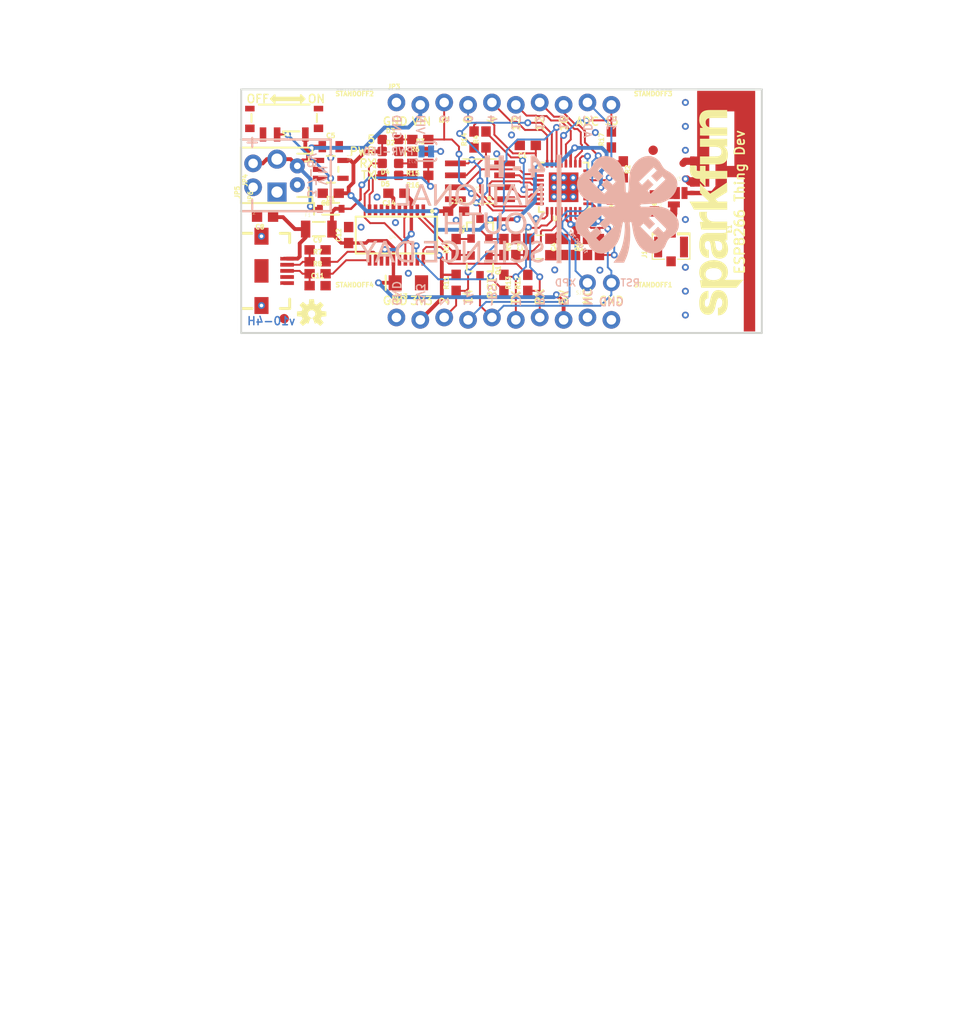
<source format=kicad_pcb>
(kicad_pcb (version 20211014) (generator pcbnew)
  (layers (0 "F.Cu" signal) (31 "B.Cu" signal) (34 "B.Paste" user) (35 "F.Paste" user) (36 "B.SilkS" user "B.Silkscreen") (37 "F.SilkS" user "F.Silkscreen") (38 "B.Mask" user) (39 "F.Mask" user) (44 "Edge.Cuts" user))
  (net 0 "")
  (net 1 "VCC")
  (net 2 "GND")
  (net 3 "N$1")
  (net 4 "N$2")
  (net 5 "N$3")
  (net 6 "CHIP_EN")
  (net 7 "U0RXI")
  (net 8 "U0TXO")
  (net 9 "RESET")
  (net 10 "LNA")
  (net 11 "LNA2")
  (net 12 "DTR")
  (net 13 "GPIO14")
  (net 14 "ADC")
  (net 15 "GPIO0")
  (net 16 "GPIO5")
  (net 17 "GPIO4")
  (net 18 "SD_~{WP}")
  (net 19 "SD_~{HD}")
  (net 20 "SD_SI")
  (net 21 "SD_SO")
  (net 22 "SD_CLK")
  (net 23 "SD_CS0")
  (net 24 "GPIO16")
  (net 25 "GPIO15")
  (net 26 "GPIO13")
  (net 27 "GPIO12")
  (net 28 "GPIO2")
  (net 29 "SD_CLK0")
  (net 30 "TRACE_ANT")
  (net 31 "N$9")
  (net 32 "USBVCC")
  (net 33 "D-")
  (net 34 "D+")
  (net 35 "VUSB")
  (net 36 "TXLED")
  (net 37 "RXLED")
  (net 38 "N$8")
  (net 39 "N$10")
  (net 40 "TXD")
  (net 41 "RXD")
  (net 42 "N$4")
  (net 43 "N$7")
  (net 44 "3.3V_F")
  (net 45 "N$11")
  (net 46 "VIN")
  (net 47 "RTS")
  (net 48 "N$14")
  (net 49 "N$5")
  (net 50 "N$6")
  (net 51 "N$12")
  (net 52 "ANT")
  (footprint "boardEagle:TRACE_ANTENNA_2.4GHZ_25.7MM" (layer "F.Cu") (at 168.5671 103.0741 -90)
    (fp_text reference "E1")
    (fp_text value "")
  )
  (footprint "boardEagle:SOT23-3" (layer "F.Cu") (at 146.2151 110.7186 180)
    (fp_text reference "Q1")
    (fp_text value "600mA/40V")
  )
  (footprint "boardEagle:0603" (layer "F.Cu") (at 128.9431 112.9284)
    (fp_text reference "C11")
    (fp_text value "47pF")
  )
  (footprint "boardEagle:SOT23-3" (layer "F.Cu") (at 146.2151 106.9086)
    (fp_text reference "Q2")
    (fp_text value "600mA/40V")
  )
  (footprint "boardEagle:EIA3216" (layer "F.Cu") (at 138.5951 112.6236 180)
    (fp_text reference "C13")
    (fp_text value "10uF")
  )
  (footprint "boardEagle:STAND-OFF" (layer "F.Cu") (at 164.6301 94.8436)
    (fp_text reference "STANDOFF3")
    (fp_text value "STAND-OFF")
  )
  (footprint "boardEagle:SO08" (layer "F.Cu") (at 146.2151 101.8286 90)
    (fp_text reference "U3")
    (fp_text value "AT25SF041-SOIC8")
  )
  (footprint "boardEagle:LED-0603" (layer "F.Cu") (at 136.6901 98.6536)
    (fp_text reference "D2")
    (fp_text value "RED")
  )
  (footprint "boardEagle:QFN32-5X5MM" (layer "F.Cu") (at 155.1051 102.4636 180)
    (fp_text reference "U2")
    (fp_text value "ESP8266")
  )
  (footprint "boardEagle:USB-B-MICRO-SMD_V03" (layer "F.Cu") (at 122.9741 111.3536)
    (fp_text reference "J2")
    (fp_text value "")
  )
  (footprint "boardEagle:0603" (layer "F.Cu") (at 130.3401 103.0986 180)
    (fp_text reference "C6")
    (fp_text value "2.2uF")
  )
  (footprint "boardEagle:0603" (layer "F.Cu") (at 139.8651 99.9236 180)
    (fp_text reference "R15")
    (fp_text value "1k")
  )
  (footprint "boardEagle:0603" (layer "F.Cu") (at 143.6751 108.8136 90)
    (fp_text reference "R10")
    (fp_text value "10k")
  )
  (footprint "boardEagle:PAD-JUMPER-2-NO_NO_SILK" (layer "F.Cu") (at 166.832278 103.837741 90)
    (fp_text reference "SJ4")
    (fp_text value "U.FL")
  )
  (footprint "boardEagle:0603" (layer "F.Cu") (at 132.2451 107.5436 90)
    (fp_text reference "C12")
    (fp_text value "0.1uF")
  )
  (footprint "boardEagle:0603" (layer "F.Cu") (at 150.0251 108.8136 -90)
    (fp_text reference "C3")
    (fp_text value "10pF")
  )
  (footprint "boardEagle:0603" (layer "F.Cu") (at 128.9431 111.6584)
    (fp_text reference "R8")
    (fp_text value "27")
  )
  (footprint "boardEagle:SOD-323" (layer "F.Cu") (at 130.3401 104.7496)
    (fp_text reference "D1")
    (fp_text value "1A/23V/620mV")
  )
  (footprint "boardEagle:0805" (layer "F.Cu") (at 130.3401 98.1456)
    (fp_text reference "C5")
    (fp_text value "1.0uF")
  )
  (footprint "boardEagle:LED-0603" (layer "F.Cu") (at 136.6901 99.9236 180)
    (fp_text reference "D4")
    (fp_text value "Yellow")
  )
  (footprint "boardEagle:0603" (layer "F.Cu") (at 156.3751 108.8136 -90)
    (fp_text reference "C2")
    (fp_text value "0.1uF")
  )
  (footprint "boardEagle:CREATIVE_COMMONS" (layer "F.Cu") (at 115.7351 139.2936)
    (fp_text reference "FRAME1" hide)
    (fp_text value "FRAME-LETTER" hide)
  )
  (footprint "boardEagle:0603" (layer "F.Cu") (at 160.1851 104.6099 -90)
    (fp_text reference "L1")
    (fp_text value "DNP")
  )
  (footprint "boardEagle:PTH-JUMPER-2-NO_NO_SILK" (layer "F.Cu") (at 158.9151 112.6236)
    (fp_text reference "SJ2")
    (fp_text value "SLEEP-PTH")
  )
  (footprint "boardEagle:PAD-JUMPER-2-NC_BY_PASTE_NO_SILK" (layer "F.Cu") (at 167.5511 103.0741)
    (fp_text reference "SJ3")
    (fp_text value "TRACE")
  )
  (footprint "boardEagle:STAND-OFF" (layer "F.Cu") (at 132.8801 115.1636)
    (fp_text reference "STANDOFF4")
    (fp_text value "STAND-OFF")
  )
  (footprint "boardEagle:0603" (layer "F.Cu") (at 161.4551 100.5586 -90)
    (fp_text reference "R2")
    (fp_text value "10k")
  )
  (footprint "boardEagle:0603" (layer "F.Cu") (at 143.6751 112.6236 90)
    (fp_text reference "R11")
    (fp_text value "10k")
  )
  (footprint "boardEagle:0603" (layer "F.Cu") (at 137.3251 103.0986 180)
    (fp_text reference "C14")
    (fp_text value "0.1uF")
  )
  (footprint "boardEagle:0603" (layer "F.Cu") (at 128.9431 110.3884)
    (fp_text reference "R7")
    (fp_text value "27")
  )
  (footprint "boardEagle:0603" (layer "F.Cu") (at 148.7551 108.8136 -90)
    (fp_text reference "R9")
    (fp_text value "10k")
  )
  (footprint "boardEagle:ORDERING_INSTRUCTIONS" (layer "F.Cu") (at 95.4151 140.5636)
    (fp_text reference "U$2" hide)
    (fp_text value "SPECIAL_INSTRUCTIONS-ORDERING" hide)
  )
  (footprint "boardEagle:U.FL" (layer "F.Cu") (at 166.5351 108.8136 90)
    (fp_text reference "J1")
    (fp_text value "U.FL")
  )
  (footprint "boardEagle:1X02_NO_SILK" (layer "F.Cu") (at 122.0851 102.4636 90)
    (fp_text reference "JP5")
    (fp_text value "")
  )
  (footprint "boardEagle:CRYSTAL-SMD-3.2X2.5" (layer "F.Cu") (at 152.5651 108.8136)
    (fp_text reference "Y1")
    (fp_text value "26MHz")
  )
  (footprint "boardEagle:0603" (layer "F.Cu") (at 162.4711 103.7091)
    (fp_text reference "C7")
    (fp_text value "5.6PF")
  )
  (footprint "boardEagle:0603" (layer "F.Cu") (at 128.9431 109.1184)
    (fp_text reference "C9")
    (fp_text value "47pF")
  )
  (footprint "boardEagle:FIDUCIAL-1X2" (layer "F.Cu") (at 164.6301 98.5266)
    (fp_text reference "FID1" hide)
    (fp_text value "FIDUCIAL1X2" hide)
  )
  (footprint "boardEagle:0603" (layer "F.Cu") (at 151.2951 98.0186 180)
    (fp_text reference "C1")
    (fp_text value "10uF")
  )
  (footprint "boardEagle:SSOP20_L" (layer "F.Cu") (at 137.3251 107.5436 180)
    (fp_text reference "U4")
    (fp_text value "FTS31XS-U")
  )
  (footprint "boardEagle:0603" (layer "F.Cu") (at 139.8651 101.1936 180)
    (fp_text reference "R16")
    (fp_text value "1k")
  )
  (footprint "boardEagle:0603" (layer "F.Cu") (at 143.6751 105.0036)
    (fp_text reference "C10")
    (fp_text value "0.1uF")
  )
  (footprint "boardEagle:1X10_LOCK_NS" (layer "F.Cu") (at 137.3251 93.5736)
    (fp_text reference "JP3")
    (fp_text value "")
  )
  (footprint "boardEagle:FIDUCIAL-1X2" (layer "F.Cu") (at 125.3871 116.4336)
    (fp_text reference "FID2" hide)
    (fp_text value "FIDUCIAL1X2" hide)
  )
  (footprint "boardEagle:0603" (layer "F.Cu") (at 146.8501 97.3836 90)
    (fp_text reference "R4")
    (fp_text value "200")
  )
  (footprint "boardEagle:0603" (layer "F.Cu") (at 157.6451 108.8136 90)
    (fp_text reference "R1")
    (fp_text value "12k")
  )
  (footprint "boardEagle:0603" (layer "F.Cu") (at 164.7571 104.1781 -90)
    (fp_text reference "L2")
    (fp_text value "DNP")
  )
  (footprint "boardEagle:STAND-OFF" (layer "F.Cu") (at 164.6301 115.1636)
    (fp_text reference "STANDOFF1")
    (fp_text value "STAND-OFF")
  )
  (footprint "boardEagle:0603" (layer "F.Cu") (at 123.3551 105.6386 180)
    (fp_text reference "C8")
    (fp_text value "0.1uF")
  )
  (footprint "boardEagle:0603" (layer "F.Cu") (at 160.1851 97.3836 90)
    (fp_text reference "R17")
    (fp_text value "10k")
  )
  (footprint "boardEagle:SWITCH_SPST_SMD_A" (layer "F.Cu") (at 125.3871 95.0976)
    (fp_text reference "S1")
    (fp_text value "")
  )
  (footprint "boardEagle:0603" (layer "F.Cu") (at 139.8651 98.6536)
    (fp_text reference "R3")
    (fp_text value "200")
  )
  (footprint "boardEagle:0603" (layer "F.Cu") (at 145.5801 97.3836 90)
    (fp_text reference "R14")
    (fp_text value "10k")
  )
  (footprint "boardEagle:OSHW-LOGO-S" (layer "F.Cu") (at 128.3081 115.9256)
    (fp_text reference "LOGO2" hide)
    (fp_text value "OSHW-LOGOS" hide)
  )
  (footprint "boardEagle:0603" (layer "F.Cu") (at 158.9151 108.8136 -90)
    (fp_text reference "R5")
    (fp_text value "10k")
  )
  (footprint "boardEagle:SCREWTERMINAL-3.5MM-2-NS" (layer "F.Cu") (at 124.6251 102.9716 90)
    (fp_text reference "JP6")
    (fp_text value "")
  )
  (footprint "boardEagle:JST-2-PTH" (layer "F.Cu") (at 126.7841 101.1936 90)
    (fp_text reference "JP4")
    (fp_text value "")
  )
  (footprint "boardEagle:0603" (layer "F.Cu") (at 148.7551 112.6236 -90)
    (fp_text reference "R13")
    (fp_text value "1k")
  )
  (footprint "boardEagle:STAND-OFF" (layer "F.Cu") (at 132.8801 94.8436)
    (fp_text reference "STANDOFF2")
    (fp_text value "STAND-OFF")
  )
  (footprint "boardEagle:0603" (layer "F.Cu") (at 155.1051 108.8136 90)
    (fp_text reference "C4")
    (fp_text value "10pF")
  )
  (footprint "boardEagle:LED-0603" (layer "F.Cu") (at 136.6901 101.1936 180)
    (fp_text reference "D5")
    (fp_text value "GREEN")
  )
  (footprint "boardEagle:SFE_LOGO_NAME_.2" (layer "F.Cu") (at 174.1551 116.0526 90)
    (fp_text reference "LOGO1" hide)
    (fp_text value "SFE_LOGO_NAME.2_INCH" hide)
  )
  (footprint "boardEagle:PTC-1206" (layer "F.Cu") (at 129.0701 106.9086)
    (fp_text reference "F1")
    (fp_text value "500mA")
  )
  (footprint "boardEagle:1X10_LOCK_NS" (layer "F.Cu") (at 137.3251 116.4336)
    (fp_text reference "JP2")
    (fp_text value "")
  )
  (footprint "boardEagle:LED-0603" (layer "F.Cu") (at 136.6901 97.3836)
    (fp_text reference "D3")
    (fp_text value "BLUE")
  )
  (footprint "boardEagle:0603" (layer "F.Cu") (at 139.8651 97.3836 180)
    (fp_text reference "R6")
    (fp_text value "200")
  )
  (footprint "boardEagle:0603" (layer "F.Cu") (at 151.2951 112.6236 90)
    (fp_text reference "R12")
    (fp_text value "1k")
  )
  (footprint "boardEagle:SOT23-5" (layer "F.Cu") (at 130.3401 100.5586 -90)
    (fp_text reference "U1")
    (fp_text value "AP2112K-3.3V")
  )
  (footprint "boardEagle:PAD-JUMPER-2-NC_BY_TRACE_YES_SILK" (layer "B.Cu") (at 140.5001 98.6536)
    (fp_text reference "SJ1")
    (fp_text value "PWRLED")
  )
  (footprint "boardEagle:4H-1.35IN_WIDE" (layer "B.Cu") (at 167.3606 110.5281 180)
    (fp_text reference "U$1" hide)
    (fp_text value "4H-NYSD-LOGO-1.35IN" hide)
  )
  (gr_line (start 130.3401 97.3836) (end 130.3401 105.0036) (layer "B.SilkS") (width 0.254))
  (gr_line (start 130.3401 105.0036) (end 120.8151 105.0036) (layer "B.SilkS") (width 0.254))
  (gr_line (start 120.8151 97.3836) (end 130.3401 97.3836) (layer "B.SilkS") (width 0.254))
  (gr_line (start 127.0381 93.1926) (end 124.4981 93.1926) (layer "F.SilkS") (width 0.2032))
  (gr_line (start 124.2441 93.1926) (end 124.2441 92.9386) (layer "F.SilkS") (width 0.2032))
  (gr_line (start 127.5461 93.0656) (end 127.1651 92.6846) (layer "F.SilkS") (width 0.2032))
  (gr_line (start 127.1651 93.4466) (end 127.5461 93.0656) (layer "F.SilkS") (width 0.2032))
  (gr_line (start 127.2921 92.9386) (end 127.2921 93.1926) (layer "F.SilkS") (width 0.2032))
  (gr_line (start 123.9901 93.0656) (end 127.5461 93.0656) (layer "F.SilkS") (width 0.2032))
  (gr_line (start 124.4981 92.9386) (end 127.0381 92.9386) (layer "F.SilkS") (width 0.2032))
  (gr_line (start 124.3711 93.4466) (end 124.3711 92.6846) (layer "F.SilkS") (width 0.2032))
  (gr_line (start 123.9901 93.0656) (end 124.3711 93.4466) (layer "F.SilkS") (width 0.2032))
  (gr_line (start 124.3711 92.6846) (end 123.9901 93.0656) (layer "F.SilkS") (width 0.2032))
  (gr_line (start 127.1651 92.6846) (end 127.1651 93.4466) (layer "F.SilkS") (width 0.2032))
  (gr_line (start 120.8151 92.0496) (end 176.1871 92.0496) (layer "Edge.Cuts") (width 0.2032))
  (gr_line (start 176.1871 117.9576) (end 120.8151 117.9576) (layer "Edge.Cuts") (width 0.2032))
  (gr_line (start 176.1871 92.0496) (end 176.1871 117.9576) (layer "Edge.Cuts") (width 0.2032))
  (gr_line (start 120.8151 117.9576) (end 120.8151 92.0496) (layer "Edge.Cuts") (width 0.2032))
  (gr_text "v10-4H" (at 126.6571 116.6876) (layer "B.Cu") (effects (font (size 0.8636 0.8636) (thickness 0.1524)) (justify left mirror)))
  (gr_text "NC" (at 157.6451 115.1636 -90) (layer "B.SilkS") (effects (font (size 0.8636 0.8636) (thickness 0.1524)) (justify left mirror)))
  (gr_text "3.7-6V" (at 127.8001 101.1936 -90) (layer "B.SilkS") (effects (font (size 0.8636 0.8636) (thickness 0.1524)) (justify bottom mirror)))
  (gr_text "GND" (at 160.1851 115.1636) (layer "B.SilkS") (effects (font (size 0.8636 0.8636) (thickness 0.1524)) (justify bottom mirror)))
  (gr_text "-" (at 122.0851 103.3526 -90) (layer "B.SilkS") (effects (font (size 1.2954 1.2954) (thickness 0.2286)) (justify right mirror)))
  (gr_text "15" (at 160.1851 94.6531 -90) (layer "B.SilkS") (effects (font (size 0.8636 0.8636) (thickness 0.1524)) (justify right mirror)))
  (gr_text "5V" (at 155.1051 115.1636 -90) (layer "B.SilkS") (effects (font (size 0.8636 0.8636) (thickness 0.1524)) (justify left mirror)))
  (gr_text "XPD" (at 156.5021 112.6236) (layer "B.SilkS") (effects (font (size 0.75565 0.75565) (thickness 0.13335)) (justify left mirror)))
  (gr_text "GND" (at 137.3251 94.6531 -90) (layer "B.SilkS") (effects (font (size 0.8636 0.8636) (thickness 0.1524)) (justify right mirror)))
  (gr_text "13" (at 150.0251 94.6531 -90) (layer "B.SilkS") (effects (font (size 0.8636 0.8636) (thickness 0.1524)) (justify right mirror)))
  (gr_text "~RST~" (at 147.4851 115.1636 -90) (layer "B.SilkS") (effects (font (size 0.8636 0.8636) (thickness 0.1524)) (justify left mirror)))
  (gr_text "14" (at 144.9451 115.1636 -90) (layer "B.SilkS") (effects (font (size 0.8636 0.8636) (thickness 0.1524)) (justify left mirror)))
  (gr_text "5" (at 142.4051 94.6531 -90) (layer "B.SilkS") (effects (font (size 0.8636 0.8636) (thickness 0.1524)) (justify right mirror)))
  (gr_text "16" (at 155.1051 94.6531 -90) (layer "B.SilkS") (effects (font (size 0.8636 0.8636) (thickness 0.1524)) (justify right mirror)))
  (gr_text "VIN" (at 128.9431 101.1936 -90) (layer "B.SilkS") (effects (font (size 0.8636 0.8636) (thickness 0.1524)) (justify bottom mirror)))
  (gr_text "VIN" (at 139.8651 94.6531 -90) (layer "B.SilkS") (effects (font (size 0.8636 0.8636) (thickness 0.1524)) (justify right mirror)))
  (gr_text "RX" (at 152.5651 115.1636 -90) (layer "B.SilkS") (effects (font (size 0.8636 0.8636) (thickness 0.1524)) (justify left mirror)))
  (gr_text "+" (at 122.0851 98.6536 -90) (layer "B.SilkS") (effects (font (size 1.2954 1.2954) (thickness 0.2286)) (justify left mirror)))
  (gr_text "2" (at 142.4051 115.1636 -90) (layer "B.SilkS") (effects (font (size 0.8636 0.8636) (thickness 0.1524)) (justify left mirror)))
  (gr_text "12" (at 152.5651 94.6531 -90) (layer "B.SilkS") (effects (font (size 0.8636 0.8636) (thickness 0.1524)) (justify right mirror)))
  (gr_text "3V3" (at 139.8651 115.1636 -90) (layer "B.SilkS") (effects (font (size 0.8636 0.8636) (thickness 0.1524)) (justify left mirror)))
  (gr_text "RST" (at 161.0741 112.6236) (layer "B.SilkS") (effects (font (size 0.75565 0.75565) (thickness 0.13335)) (justify right mirror)))
  (gr_text "TX" (at 150.0251 115.1636 -90) (layer "B.SilkS") (effects (font (size 0.8636 0.8636) (thickness 0.1524)) (justify left mirror)))
  (gr_text "GND" (at 137.3251 115.1636 -90) (layer "B.SilkS") (effects (font (size 0.8636 0.8636) (thickness 0.1524)) (justify left mirror)))
  (gr_text "4" (at 147.4851 94.6531 -90) (layer "B.SilkS") (effects (font (size 0.8636 0.8636) (thickness 0.1524)) (justify right mirror)))
  (gr_text "ADC" (at 157.6451 94.6531 -90) (layer "B.SilkS") (effects (font (size 0.8636 0.8636) (thickness 0.1524)) (justify right mirror)))
  (gr_text "0" (at 144.9451 94.6531 -90) (layer "B.SilkS") (effects (font (size 0.8636 0.8636) (thickness 0.1524)) (justify right mirror)))
  (gr_text "PWR-LED" (at 139.2301 98.6536) (layer "B.SilkS") (effects (font (size 0.75565 0.75565) (thickness 0.13335)) (justify left mirror)))
  (gr_text "13" (at 150.0251 94.7801 90) (layer "F.SilkS") (effects (font (size 0.8636 0.8636) (thickness 0.1524)) (justify right)))
  (gr_text "ESP8266 Thing Dev" (at 173.228 111.8108 90) (layer "F.SilkS") (effects (font (size 1.03632 1.03632) (thickness 0.18288)) (justify left top)))
  (gr_text "TX" (at 135.1661 101.1936) (layer "F.SilkS") (effects (font (size 0.8636 0.8636) (thickness 0.1524)) (justify right)))
  (gr_text "TX" (at 150.0251 115.0366 90) (layer "F.SilkS") (effects (font (size 0.8636 0.8636) (thickness 0.1524)) (justify left)))
  (gr_text "+" (at 127.9271 98.9076 90) (layer "F.SilkS") (effects (font (size 1.0795 1.0795) (thickness 0.1905)) (justify right)))
  (gr_text "GND" (at 137.1981 115.0366) (layer "F.SilkS") (effects (font (size 0.8636 0.8636) (thickness 0.1524)) (justify bottom)))
  (gr_text "14" (at 144.9451 115.0366 90) (layer "F.SilkS") (effects (font (size 0.8636 0.8636) (thickness 0.1524)) (justify left)))
  (gr_text "NC" (at 157.6451 115.0366 90) (layer "F.SilkS") (effects (font (size 0.8636 0.8636) (thickness 0.1524)) (justify left)))
  (gr_text "~RST~" (at 147.4851 115.0366 90) (layer "F.SilkS") (effects (font (size 0.8636 0.8636) (thickness 0.1524)) (justify left)))
  (gr_text "16" (at 155.1051 94.7801 90) (layer "F.SilkS") (effects (font (size 0.8636 0.8636) (thickness 0.1524)) (justify right)))
  (gr_text "RX" (at 152.5651 115.0366 90) (layer "F.SilkS") (effects (font (size 0.8636 0.8636) (thickness 0.1524)) (justify left)))
  (gr_text "5V" (at 155.1051 115.0366 90) (layer "F.SilkS") (effects (font (size 0.8636 0.8636) (thickness 0.1524)) (justify left)))
  (gr_text "VIN" (at 139.9921 94.9579) (layer "F.SilkS") (effects (font (size 0.8636 0.8636) (thickness 0.1524)) (justify top)))
  (gr_text "4" (at 147.4851 94.7801 90) (layer "F.SilkS") (effects (font (size 0.8636 0.8636) (thickness 0.1524)) (justify right)))
  (gr_text "15" (at 160.1851 94.9706) (layer "F.SilkS") (effects (font (size 0.77724 0.77724) (thickness 0.13716)) (justify top)))
  (gr_text "-" (at 127.9271 102.0826 90) (layer "F.SilkS") (effects (font (size 1.0795 1.0795) (thickness 0.1905)) (justify right)))
  (gr_text "3V3" (at 139.9921 115.0366) (layer "F.SilkS") (effects (font (size 0.8636 0.8636) (thickness 0.1524)) (justify bottom)))
  (gr_text "5" (at 135.1661 97.3836) (layer "F.SilkS") (effects (font (size 0.8636 0.8636) (thickness 0.1524)) (justify right)))
  (gr_text "2" (at 142.4051 115.0366 90) (layer "F.SilkS") (effects (font (size 0.8636 0.8636) (thickness 0.1524)) (justify left)))
  (gr_text "PWR" (at 135.1661 98.6536) (layer "F.SilkS") (effects (font (size 0.8636 0.8636) (thickness 0.1524)) (justify right)))
  (gr_text "OFF" (at 122.5931 93.0656) (layer "F.SilkS") (effects (font (size 0.8636 0.8636) (thickness 0.1524))))
  (gr_text "5" (at 142.4051 94.7801 90) (layer "F.SilkS") (effects (font (size 0.8636 0.8636) (thickness 0.1524)) (justify right)))
  (gr_text "ON" (at 128.8161 93.0656) (layer "F.SilkS") (effects (font (size 0.8636 0.8636) (thickness 0.1524))))
  (gr_text "12" (at 152.5651 94.7801 90) (layer "F.SilkS") (effects (font (size 0.8636 0.8636) (thickness 0.1524)) (justify right)))
  (gr_text "ADC" (at 157.6451 94.9706) (layer "F.SilkS") (effects (font (size 0.8636 0.8636) (thickness 0.1524)) (justify top)))
  (gr_text "GND" (at 160.1851 115.0366) (layer "F.SilkS") (effects (font (size 0.8636 0.8636) (thickness 0.1524)) (justify bottom)))
  (gr_text "0" (at 144.9451 94.7801 90) (layer "F.SilkS") (effects (font (size 0.8636 0.8636) (thickness 0.1524)) (justify right)))
  (gr_text "RX" (at 135.1661 99.9236) (layer "F.SilkS") (effects (font (size 0.8636 0.8636) (thickness 0.1524)) (justify right)))
  (gr_text "GND" (at 137.1981 94.9579) (layer "F.SilkS") (effects (font (size 0.8636 0.8636) (thickness 0.1524)) (justify top)))
  (segment (start 158.0997 104.2136) (end 158.4071 104.521) (width 0.2794) (layer "F.Cu") (net 1))
  (segment (start 155.8551 98.7044) (end 156.2869 98.2726) (width 0.2794) (layer "F.Cu") (net 1))
  (segment (start 142.1511 111.7736) (end 142.1511 111.9886) (width 0.254) (layer "F.Cu") (net 1))
  (segment (start 147.4851 95.6056) (end 145.8341 95.6056) (width 0.2032) (layer "F.Cu") (net 1))
  (segment (start 141.5161 105.0036) (end 142.8251 105.0036) (width 0.4064) (layer "F.Cu") (net 1))
  (segment (start 157.6091 102.7176) (end 157.6051 102.7136) (width 0.2794) (layer "F.Cu") (net 1))
  (segment (start 151.1808 98.8559) (end 151.1808 98.8568) (width 0.2032) (layer "F.Cu") (net 1))
  (segment (start 152.1451 99.8991) (end 152.0571 99.9871) (width 0.2032) (layer "F.Cu") (net 1))
  (segment (start 157.6051 103.2136) (end 158.3429 103.2136) (width 0.2794) (layer "F.Cu") (net 1))
  (segment (start 145.5801 96.5336) (end 145.5801 95.8596) (width 0.2032) (layer "F.Cu") (net 1))
  (segment (start 147.7391 95.8596) (end 147.4851 95.6056) (width 0.2032) (layer "F.Cu") (net 1))
  (segment (start 143.5989 104.2298) (end 143.5989 103.7336) (width 0.4064) (layer "F.Cu") (net 1))
  (segment (start 152.2121 100.7136) (end 152.0571 100.5586) (width 0.2794) (layer "F.Cu") (net 1))
  (segment (start 160.3747 102.489) (end 159.0675 102.489) (width 0.2032) (layer "F.Cu") (net 1))
  (segment (start 155.8551 106.4006) (end 155.8551 104.9636) (width 0.2794) (layer "F.Cu") (net 1))
  (segment (start 131.6402 99.6086) (end 132.4381 99.6086) (width 0.4064) (layer "F.Cu") (net 1))
  (segment (start 158.8429 102.7136) (end 159.0675 102.489) (width 0.2794) (layer "F.Cu") (net 1))
  (segment (start 151.1808 98.8559) (end 152.1451 98.8559) (width 0.2032) (layer "F.Cu") (net 1))
  (segment (start 155.8551 99.9636) (end 155.8551 98.7044) (width 0.2794) (layer "F.Cu") (net 1))
  (segment (start 152.6051 100.7136) (end 152.2121 100.7136) (width 0.2794) (layer "F.Cu") (net 1))
  (segment (start 157.6051 102.7136) (end 158.8429 102.7136) (width 0.2794) (layer "F.Cu") (net 1))
  (segment (start 132.4991 103.3526) (end 132.2451 103.0986) (width 0.4064) (layer "F.Cu") (net 1))
  (segment (start 158.3429 103.2136) (end 159.0675 102.489) (width 0.2794) (layer "F.Cu") (net 1))
  (segment (start 132.2451 102.4636) (end 132.2451 103.0986) (width 0.4064) (layer "F.Cu") (net 1))
  (segment (start 152.0571 99.9871) (end 152.0571 100.5586) (width 0.2794) (layer "F.Cu") (net 1))
  (segment (start 158.9151 109.6636) (end 160.4899 109.6636) (width 0.2032) (layer "F.Cu") (net 1))
  (segment (start 156.3751 106.9206) (end 155.8551 106.4006) (width 0.4064) (layer "F.Cu") (net 1))
  (segment (start 143.6751 111.7736) (end 142.1511 111.7736) (width 0.254) (layer "F.Cu") (net 1))
  (segment (start 156.3751 107.9636) (end 156.3751 106.9206) (width 0.4064) (layer "F.Cu") (net 1))
  (segment (start 135.8131 98.6536) (end 135.8131 97.3836) (width 0.2032) (layer "F.Cu") (net 1))
  (segment (start 145.5801 95.8596) (end 145.8341 95.6056) (width 0.2032) (layer "F.Cu") (net 1))
  (segment (start 142.1511 110.0074) (end 141.8463 109.7026) (width 0.4064) (layer "F.Cu") (net 1))
  (segment (start 150.1521 105.8672) (end 147.3073 105.8672) (width 0.4064) (layer "F.Cu") (net 1))
  (segment (start 152.1451 98.0186) (end 152.1451 98.8559) (width 0.2032) (layer "F.Cu") (net 1))
  (segment (start 132.4381 99.6086) (end 132.7531 99.9236) (width 0.4064) (layer "F.Cu") (net 1))
  (segment (start 155.3551 105.9006) (end 155.8551 106.4006) (width 0.2794) (layer "F.Cu") (net 1))
  (segment (start 134.0231 98.6536) (end 132.7531 99.9236) (width 0.4064) (layer "F.Cu") (net 1))
  (segment (start 149.7203 98.8568) (end 147.7391 96.8756) (width 0.2032) (layer "F.Cu") (net 1))
  (segment (start 132.7531 101.9556) (end 132.2451 102.4636) (width 0.4064) (layer "F.Cu") (net 1))
  (segment (start 147.7391 96.8756) (end 147.7391 95.8596) (width 0.2032) (layer "F.Cu") (net 1))
  (segment (start 161.4551 101.4086) (end 160.3747 102.489) (width 0.2032) (layer "F.Cu") (net 1))
  (segment (start 158.4071 104.521) (end 158.4071 105.6894) (width 0.2794) (layer "F.Cu") (net 1))
  (segment (start 142.1511 110.0074) (end 142.1511 111.9886) (width 0.4064) (layer "F.Cu") (net 1))
  (segment (start 158.4071 105.6894) (end 158.7881 106.0704) (width 0.2794) (layer "F.Cu") (net 1))
  (segment (start 132.7531 99.9236) (end 132.7531 101.9556) (width 0.4064) (layer "F.Cu") (net 1))
  (segment (start 142.1511 114.2746) (end 139.8651 116.5606) (width 0.4064) (layer "F.Cu") (net 1))
  (segment (start 142.8251 105.0036) (end 143.5989 104.2298) (width 0.4064) (layer "F.Cu") (net 1))
  (segment (start 135.8131 98.6536) (end 134.0231 98.6536) (width 0.4064) (layer "F.Cu") (net 1))
  (segment (start 155.3551 104.9636) (end 155.3551 105.9006) (width 0.2794) (layer "F.Cu") (net 1))
  (segment (start 157.6051 104.2136) (end 158.0997 104.2136) (width 0.2794) (layer "F.Cu") (net 1))
  (segment (start 142.1511 114.2746) (end 142.1511 111.9886) (width 0.4064) (layer "F.Cu") (net 1))
  (segment (start 152.1451 98.8559) (end 152.1451 99.8991) (width 0.2032) (layer "F.Cu") (net 1))
  (segment (start 156.0821 106.4006) (end 155.8551 106.4006) (width 0.4064) (layer "F.Cu") (net 1))
  (segment (start 131.1901 103.0986) (end 132.2451 103.0986) (width 0.4064) (layer "F.Cu") (net 1))
  (segment (start 151.1808 98.8568) (end 149.7203 98.8568) (width 0.2032) (layer "F.Cu") (net 1))
  (via (at 159.0675 102.489) (size 0.7366) (drill 0.381) (layers "F.Cu" "B.Cu") (net 1))
  (via (at 147.3073 105.8672) (size 0.7366) (drill 0.381) (layers "F.Cu" "B.Cu") (net 1))
  (via (at 141.5161 105.0036) (size 0.7366) (drill 0.381) (layers "F.Cu" "B.Cu") (net 1))
  (via (at 150.1521 105.8672) (size 0.7366) (drill 0.381) (layers "F.Cu" "B.Cu") (net 1))
  (via (at 156.2869 98.2726) (size 0.7366) (drill 0.381) (layers "F.Cu" "B.Cu") (net 1))
  (via (at 141.8463 109.7026) (size 0.7366) (drill 0.381) (layers "F.Cu" "B.Cu") (net 1))
  (via (at 155.8551 106.4006) (size 0.7366) (drill 0.381) (layers "F.Cu" "B.Cu") (net 1))
  (via (at 132.4991 103.3526) (size 0.7366) (drill 0.381) (layers "F.Cu" "B.Cu") (net 1))
  (via (at 158.7881 106.0704) (size 0.7366) (drill 0.381) (layers "F.Cu" "B.Cu") (net 1))
  (via (at 152.0571 99.9871) (size 0.7366) (drill 0.381) (layers "F.Cu" "B.Cu") (net 1))
  (via (at 160.4899 109.6636) (size 0.7366) (drill 0.381) (layers "F.Cu" "B.Cu") (net 1))
  (segment (start 159.1691 98.2726) (end 156.2869 98.2726) (width 0.4064) (layer "B.Cu") (net 1))
  (segment (start 159.0675 100.7872) (end 159.6771 100.1776) (width 0.4064) (layer "B.Cu") (net 1))
  (segment (start 158.9151 102.6414) (end 159.0675 102.489) (width 0.4064) (layer "B.Cu") (net 1))
  (segment (start 160.4899 106.4768) (end 159.9565 105.9434) (width 0.2032) (layer "B.Cu") (net 1))
  (segment (start 150.1521 105.8672) (end 152.0571 103.9622) (width 0.4064) (layer "B.Cu") (net 1))
  (segment (start 141.5161 109.3724) (end 141.8463 109.7026) (width 0.4064) (layer "B.Cu") (net 1))
  (segment (start 158.4579 106.4006) (end 155.8551 106.4006) (width 0.4064) (layer "B.Cu") (net 1))
  (segment (start 159.9565 105.9434) (end 158.9151 105.9434) (width 0.2032) (layer "B.Cu") (net 1))
  (segment (start 160.4899 109.6636) (end 160.4899 106.4768) (width 0.2032) (layer "B.Cu") (net 1))
  (segment (start 132.4991 103.3526) (end 134.1501 105.0036) (width 0.4064) (layer "B.Cu") (net 1))
  (segment (start 152.0571 100.0252) (end 154.5343 100.0252) (width 0.4064) (layer "B.Cu") (net 1))
  (segment (start 147.3073 105.8672) (end 146.1897 106.9848) (width 0.4064) (layer "B.Cu") (net 1))
  (segment (start 134.1501 105.0036) (end 141.5161 105.0036) (width 0.4064) (layer "B.Cu") (net 1))
  (segment (start 141.5161 106.9848) (end 141.5161 109.3724) (width 0.4064) (layer "B.Cu") (net 1))
  (segment (start 146.1897 106.9848) (end 141.5161 106.9848) (width 0.4064) (layer "B.Cu") (net 1))
  (segment (start 152.0571 99.9871) (end 152.0571 100.0252) (width 0.4064) (layer "B.Cu") (net 1))
  (segment (start 159.6771 98.7806) (end 159.1691 98.2726) (width 0.4064) (layer "B.Cu") (net 1))
  (segment (start 158.9151 105.9434) (end 158.9151 102.6414) (width 0.4064) (layer "B.Cu") (net 1))
  (segment (start 141.5161 105.0036) (end 141.5161 106.9848) (width 0.4064) (layer "B.Cu") (net 1))
  (segment (start 154.5343 100.0252) (end 156.2869 98.2726) (width 0.4064) (layer "B.Cu") (net 1))
  (segment (start 159.6771 98.7806) (end 159.6771 100.1776) (width 0.4064) (layer "B.Cu") (net 1))
  (segment (start 158.9151 105.9434) (end 158.7881 106.0704) (width 0.4064) (layer "B.Cu") (net 1))
  (segment (start 152.0571 100.0252) (end 152.0571 103.9622) (width 0.4064) (layer "B.Cu") (net 1))
  (segment (start 159.0675 102.489) (end 159.0675 100.7872) (width 0.4064) (layer "B.Cu") (net 1))
  (segment (start 158.4579 106.4006) (end 158.7881 106.0704) (width 0.4064) (layer "B.Cu") (net 1))
  (segment (start 168.0346 99.6941) (end 167.8051 99.9236) (width 0.762) (layer "F.Cu") (net 2))
  (segment (start 168.1861 101.5746) (end 168.0591 101.5746) (width 0.762) (layer "F.Cu") (net 2))
  (segment (start 168.7971 99.6941) (end 168.0346 99.6941) (width 0.762) (layer "F.Cu") (net 2))
  (segment (start 137.0076 103.6311) (end 136.4751 103.0986) (width 0.4064) (layer "F.Cu") (net 2))
  (segment (start 137.0076 104.8639) (end 137.0076 103.6311) (width 0.4064) (layer "F.Cu") (net 2))
  (segment (start 168.5056 101.8941) (end 168.1861 101.5746) (width 0.762) (layer "F.Cu") (net 2))
  (segment (start 168.7971 101.8941) (end 168.5056 101.8941) (width 0.762) (layer "F.Cu") (net 2))
  (via (at 156.1211 103.4796) (size 0.7366) (drill 0.381) (layers "F.Cu" "B.Cu") (net 2))
  (via (at 154.0891 103.4796) (size 0.7366) (drill 0.381) (layers "F.Cu" "B.Cu") (net 2))
  (via (at 149.5679 96.901) (size 0.7366) (drill 0.381) (layers "F.Cu" "B.Cu") (net 2))
  (via (at 130.3401 99.314) (size 0.7366) (drill 0.381) (layers "F.Cu" "B.Cu") (net 2))
  (via (at 158.4833 96.647) (size 0.7366) (drill 0.381) (layers "F.Cu" "B.Cu") (net 2))
  (via (at 137.2235 106.2228) (size 0.7366) (drill 0.381) (layers "F.Cu" "B.Cu") (net 2))
  (via (at 133.5659 106.7054) (size 0.7366) (drill 0.381) (layers "F.Cu" "B.Cu") (net 2))
  (via (at 143.6751 105.9688) (size 0.7366) (drill 0.381) (layers "F.Cu" "B.Cu") (net 2))
  (via (at 155.1051 101.4476) (size 0.7366) (drill 0.381) (layers "F.Cu" "B.Cu") (net 2))
  (via (at 155.1051 102.4636) (size 0.7366) (drill 0.381) (layers "F.Cu" "B.Cu") (net 2))
  (via (at 156.1211 101.4476) (size 0.7366) (drill 0.381) (layers "F.Cu" "B.Cu") (net 2))
  (via (at 154.1653 111.252) (size 0.7366) (drill 0.381) (layers "F.Cu" "B.Cu") (net 2))
  (via (at 154.0891 102.4636) (size 0.7366) (drill 0.381) (layers "F.Cu" "B.Cu") (net 2))
  (via (at 155.1051 103.4796) (size 0.7366) (drill 0.381) (layers "F.Cu" "B.Cu") (net 2))
  (via (at 168.0591 95.9866) (size 0.7366) (drill 0.381) (layers "F.Cu" "B.Cu") (net 2))
  (via (at 156.1211 102.4636) (size 0.7366) (drill 0.381) (layers "F.Cu" "B.Cu") (net 2))
  (via (at 138.5951 111.6076) (size 0.7366) (drill 0.381) (layers "F.Cu" "B.Cu") (net 2))
  (via (at 168.0591 98.5266) (size 0.7366) (drill 0.381) (layers "F.Cu" "B.Cu") (net 2))
  (via (at 148.7551 106.7562) (size 0.7366) (drill 0.381) (layers "F.Cu" "B.Cu") (net 2))
  (via (at 168.0591 113.5126) (size 0.7366) (drill 0.381) (layers "F.Cu" "B.Cu") (net 2))
  (via (at 135.2677 103.505) (size 0.7366) (drill 0.381) (layers "F.Cu" "B.Cu") (net 2))
  (via (at 122.9741 107.6706) (size 0.7366) (drill 0.381) (layers "F.Cu" "B.Cu") (net 2))
  (via (at 168.0591 105.8926) (size 0.7366) (drill 0.381) (layers "F.Cu" "B.Cu") (net 2))
  (via (at 147.9931 98.9076) (size 0.7366) (drill 0.381) (layers "F.Cu" "B.Cu") (net 2))
  (via (at 168.0591 110.9726) (size 0.7366) (drill 0.381) (layers "F.Cu" "B.Cu") (net 2))
  (via (at 168.0591 101.5746) (size 0.7366) (drill 0.381) (layers "F.Cu" "B.Cu") (net 2))
  (via (at 158.9659 111.2774) (size 0.7366) (drill 0.381) (layers "F.Cu" "B.Cu") (net 2))
  (via (at 154.0891 101.4476) (size 0.7366) (drill 0.381) (layers "F.Cu" "B.Cu") (net 2))
  (via (at 168.0591 93.4466) (size 0.7366) (drill 0.381) (layers "F.Cu" "B.Cu") (net 2))
  (via (at 122.9741 115.0366) (size 0.7366) (drill 0.381) (layers "F.Cu" "B.Cu") (net 2))
  (via (at 168.0591 116.0526) (size 0.7366) (drill 0.381) (layers "F.Cu" "B.Cu") (net 2))
  (segment (start 156.3551 105.7456) (end 157.6451 107.0356) (width 0.2032) (layer "F.Cu") (net 3))
  (segment (start 156.3551 104.9636) (end 156.3551 105.7456) (width 0.2032) (layer "F.Cu") (net 3))
  (segment (start 157.6451 107.0356) (end 157.6451 107.9636) (width 0.2032) (layer "F.Cu") (net 3))
  (segment (start 153.9851 107.6936) (end 153.7401 107.9386) (width 0.2032) (layer "F.Cu") (net 4))
  (segment (start 154.8551 106.8236) (end 153.9851 107.6936) (width 0.2032) (layer "F.Cu") (net 4))
  (segment (start 154.8551 104.9636) (end 154.8551 106.8236) (width 0.2032) (layer "F.Cu") (net 4))
  (segment (start 153.9851 107.9636) (end 153.9851 107.6936) (width 0.2032) (layer "F.Cu") (net 4))
  (segment (start 155.1051 107.9636) (end 153.9851 107.9636) (width 0.2032) (layer "F.Cu") (net 4))
  (segment (start 152.8191 107.0356) (end 152.6921 107.1626) (width 0.2032) (layer "F.Cu") (net 5))
  (segment (start 152.6921 108.3866) (end 151.3901 109.6886) (width 0.2032) (layer "F.Cu") (net 5))
  (segment (start 154.3551 106.5156) (end 153.8351 107.0356) (width 0.2032) (layer "F.Cu") (net 5))
  (segment (start 150.0251 109.6636) (end 151.3651 109.6636) (width 0.2032) (layer "F.Cu") (net 5))
  (segment (start 153.8351 107.0356) (end 152.8191 107.0356) (width 0.2032) (layer "F.Cu") (net 5))
  (segment (start 154.3551 104.9636) (end 154.3551 106.5156) (width 0.2032) (layer "F.Cu") (net 5))
  (segment (start 151.3651 109.6636) (end 151.3901 109.6886) (width 0.2032) (layer "F.Cu") (net 5))
  (segment (start 152.6921 107.1626) (end 152.6921 108.3866) (width 0.2032) (layer "F.Cu") (net 5))
  (segment (start 160.0191 99.7086) (end 158.5141 101.2136) (width 0.2032) (layer "F.Cu") (net 6))
  (segment (start 161.4551 99.7086) (end 160.0191 99.7086) (width 0.2032) (layer "F.Cu") (net 6))
  (segment (start 157.6051 101.2136) (end 158.5141 101.2136) (width 0.2032) (layer "F.Cu") (net 6))
  (segment (start 153.3551 104.9636) (end 153.3551 105.4836) (width 0.2032) (layer "F.Cu") (net 7))
  (segment (start 151.2951 113.4736) (end 152.5651 113.4736) (width 0.2032) (layer "F.Cu") (net 7))
  (segment (start 153.3551 105.4836) (end 153.0604 105.7783) (width 0.2032) (layer "F.Cu") (net 7))
  (segment (start 153.0604 105.7783) (end 152.1714 105.7783) (width 0.2032) (layer "F.Cu") (net 7))
  (segment (start 152.5651 111.9886) (end 152.5651 113.4736) (width 0.2032) (layer "F.Cu") (net 7))
  (segment (start 152.5651 113.4736) (end 152.5651 116.3066) (width 0.2032) (layer "F.Cu") (net 7))
  (via (at 152.5651 111.9886) (size 0.7366) (drill 0.381) (layers "F.Cu" "B.Cu") (net 7))
  (via (at 152.1714 105.7783) (size 0.7366) (drill 0.381) (layers "F.Cu" "B.Cu") (net 7))
  (segment (start 152.1714 107.1753) (end 151.5491 107.7976) (width 0.2032) (layer "B.Cu") (net 7))
  (segment (start 151.5491 110.9726) (end 152.5651 111.9886) (width 0.2032) (layer "B.Cu") (net 7))
  (segment (start 152.1714 105.7783) (end 152.1714 107.1753) (width 0.2032) (layer "B.Cu") (net 7))
  (segment (start 151.5491 107.7976) (end 151.5491 110.9726) (width 0.2032) (layer "B.Cu") (net 7))
  (segment (start 153.3271 106.5276) (end 152.7429 106.5276) (width 0.2032) (layer "F.Cu") (net 8))
  (segment (start 150.0251 116.5606) (end 150.0251 111.9886) (width 0.2032) (layer "F.Cu") (net 8))
  (segment (start 152.7429 106.5276) (end 152.4889 106.7816) (width 0.2032) (layer "F.Cu") (net 8))
  (segment (start 153.8551 105.9996) (end 153.3271 106.5276) (width 0.2032) (layer "F.Cu") (net 8))
  (segment (start 151.4221 106.7816) (end 152.4889 106.7816) (width 0.2032) (layer "F.Cu") (net 8))
  (segment (start 148.9701 111.9886) (end 150.0251 111.9886) (width 0.2032) (layer "F.Cu") (net 8))
  (segment (start 153.8551 104.9636) (end 153.8551 105.9996) (width 0.2032) (layer "F.Cu") (net 8))
  (segment (start 148.7551 111.7736) (end 148.9701 111.9886) (width 0.2032) (layer "F.Cu") (net 8))
  (segment (start 151.4221 106.7816) (end 151.3586 106.7181) (width 0.2032) (layer "F.Cu") (net 8))
  (via (at 151.3586 106.7181) (size 0.7366) (drill 0.381) (layers "F.Cu" "B.Cu") (net 8))
  (via (at 150.0251 111.9886) (size 0.7366) (drill 0.381) (layers "F.Cu" "B.Cu") (net 8))
  (segment (start 151.1046 106.9721) (end 151.1046 110.9091) (width 0.2032) (layer "B.Cu") (net 8))
  (segment (start 151.1046 110.9091) (end 150.0251 111.9886) (width 0.2032) (layer "B.Cu") (net 8))
  (segment (start 151.3586 106.7181) (end 151.1046 106.9721) (width 0.2032) (layer "B.Cu") (net 8))
  (segment (start 156.8551 105.6106) (end 158.0261 106.7816) (width 0.2032) (layer "F.Cu") (net 9))
  (segment (start 146.2151 115.0366) (end 147.4851 116.3066) (width 0.2032) (layer "F.Cu") (net 9))
  (segment (start 158.0261 106.7816) (end 158.9151 106.7816) (width 0.2032) (layer "F.Cu") (net 9))
  (segment (start 146.2151 111.8186) (end 146.2151 115.0366) (width 0.2032) (layer "F.Cu") (net 9))
  (segment (start 158.9151 106.7816) (end 159.7025 106.7816) (width 0.2032) (layer "F.Cu") (net 9))
  (segment (start 156.8551 104.9636) (end 156.8551 105.6106) (width 0.2032) (layer "F.Cu") (net 9))
  (segment (start 158.9151 107.9636) (end 158.9151 106.7816) (width 0.2032) (layer "F.Cu") (net 9))
  (segment (start 159.7025 106.7816) (end 159.8041 106.8832) (width 0.2032) (layer "F.Cu") (net 9))
  (via (at 159.8041 106.8832) (size 0.7366) (drill 0.381) (layers "F.Cu" "B.Cu") (net 9))
  (segment (start 159.8041 106.8832) (end 159.8041 110.9726) (width 0.2032) (layer "B.Cu") (net 9))
  (segment (start 160.1851 111.3536) (end 160.1851 112.6236) (width 0.2032) (layer "B.Cu") (net 9))
  (segment (start 148.7297 115.062) (end 147.4851 116.3066) (width 0.2032) (layer "B.Cu") (net 9))
  (segment (start 148.7297 115.062) (end 159.0167 115.062) (width 0.2032) (layer "B.Cu") (net 9))
  (segment (start 160.1851 113.8936) (end 160.1851 112.6236) (width 0.2032) (layer "B.Cu") (net 9))
  (segment (start 159.0167 115.062) (end 160.1851 113.8936) (width 0.2032) (layer "B.Cu") (net 9))
  (segment (start 159.8041 110.9726) (end 160.1851 111.3536) (width 0.2032) (layer "B.Cu") (net 9))
  (segment (start 165.0111 103.0741) (end 164.7571 103.3281) (width 0.508) (layer "F.Cu") (net 11))
  (segment (start 167.1502 103.0741) (end 165.0111 103.0741) (width 0.508) (layer "F.Cu") (net 11))
  (segment (start 146.2921 107.0356) (end 147.1651 107.9086) (width 0.2032) (layer "F.Cu") (net 12))
  (segment (start 148.7551 107.9636) (end 147.2201 107.9636) (width 0.2032) (layer "F.Cu") (net 12))
  (segment (start 146.2921 107.0356) (end 141.6431 107.0356) (width 0.2032) (layer "F.Cu") (net 12))
  (segment (start 140.1826 104.8639) (end 140.1826 105.5751) (width 0.2032) (layer "F.Cu") (net 12))
  (segment (start 140.1826 105.5751) (end 141.6431 107.0356) (width 0.2032) (layer "F.Cu") (net 12))
  (segment (start 147.2201 107.9636) (end 147.1651 107.9086) (width 0.2032) (layer "F.Cu") (net 12))
  (segment (start 156.8551 99.9636) (end 156.8551 99.3928) (width 0.2032) (layer "F.Cu") (net 13))
  (segment (start 156.8551 99.3928) (end 157.0863 99.1616) (width 0.2032) (layer "F.Cu") (net 13))
  (segment (start 157.0863 99.1616) (end 157.6451 99.1616) (width 0.2032) (layer "F.Cu") (net 13))
  (via (at 157.6451 99.1616) (size 0.7366) (drill 0.381) (layers "F.Cu" "B.Cu") (net 13))
  (segment (start 157.6451 104.6226) (end 157.2641 105.0036) (width 0.2032) (layer "B.Cu") (net 13))
  (segment (start 155.4861 105.0036) (end 154.4701 106.0196) (width 0.2032) (layer "B.Cu") (net 13))
  (segment (start 155.1051 114.6556) (end 146.8501 114.6556) (width 0.2032) (layer "B.Cu") (net 13))
  (segment (start 146.8501 114.6556) (end 144.9451 116.5606) (width 0.2032) (layer "B.Cu") (net 13))
  (segment (start 157.6451 99.1616) (end 157.6451 104.6226) (width 0.2032) (layer "B.Cu") (net 13))
  (segment (start 155.1051 114.6556) (end 155.7401 114.0206) (width 0.2032) (layer "B.Cu") (net 13))
  (segment (start 155.7401 114.0206) (end 155.7401 108.1786) (width 0.2032) (layer "B.Cu") (net 13))
  (segment (start 157.2641 105.0036) (end 155.4861 105.0036) (width 0.2032) (layer "B.Cu") (net 13))
  (segment (start 154.4701 106.9086) (end 154.4701 106.0196) (width 0.2032) (layer "B.Cu") (net 13))
  (segment (start 155.7401 108.1786) (end 154.4701 106.9086) (width 0.2032) (layer "B.Cu") (net 13))
  (segment (start 159.6905 101.7136) (end 159.9565 101.4476) (width 0.2032) (layer "F.Cu") (net 14))
  (segment (start 157.6051 101.7136) (end 159.6905 101.7136) (width 0.2032) (layer "F.Cu") (net 14))
  (via (at 159.9565 101.4476) (size 0.7366) (drill 0.381) (layers "F.Cu" "B.Cu") (net 14))
  (segment (start 160.1851 101.219) (end 160.1851 95.9866) (width 0.2032) (layer "B.Cu") (net 14))
  (segment (start 159.9565 101.4476) (end 160.1851 101.219) (width 0.2032) (layer "B.Cu") (net 14))
  (segment (start 160.1851 95.9866) (end 157.6451 93.4466) (width 0.2032) (layer "B.Cu") (net 14))
  (segment (start 153.8551 96.7686) (end 152.6921 95.6056) (width 0.2032) (layer "F.Cu") (net 15))
  (segment (start 144.0951 96.7486) (end 144.0561 96.7486) (width 0.2032) (layer "F.Cu") (net 15))
  (segment (start 146.2151 104.521) (end 145.8087 104.1146) (width 0.2032) (layer "F.Cu") (net 15))
  (segment (start 152.6921 95.6056) (end 151.2951 95.6056) (width 0.2032) (layer "F.Cu") (net 15))
  (segment (start 153.8551 96.7686) (end 153.8551 99.9636) (width 0.2032) (layer "F.Cu") (net 15))
  (segment (start 146.2151 105.8086) (end 146.2151 104.521) (width 0.2032) (layer "F.Cu") (net 15))
  (segment (start 145.5801 98.2336) (end 144.0951 96.7486) (width 0.2032) (layer "F.Cu") (net 15))
  (via (at 144.0561 96.7486) (size 0.7366) (drill 0.381) (layers "F.Cu" "B.Cu") (net 15))
  (via (at 151.2951 95.6056) (size 0.7366) (drill 0.381) (layers "F.Cu" "B.Cu") (net 15))
  (via (at 145.8087 104.1146) (size 0.7366) (drill 0.381) (layers "F.Cu" "B.Cu") (net 15))
  (segment (start 144.9451 95.8596) (end 144.0561 96.7486) (width 0.2032) (layer "B.Cu") (net 15))
  (segment (start 144.9451 93.7006) (end 144.9451 95.6056) (width 0.2032) (layer "B.Cu") (net 15))
  (segment (start 146.9771 99.6696) (end 144.0561 96.7486) (width 0.2032) (layer "B.Cu") (net 15))
  (segment (start 146.9771 102.9462) (end 145.8087 104.1146) (width 0.2032) (layer "B.Cu") (net 15))
  (segment (start 146.9771 102.9462) (end 146.9771 99.6696) (width 0.2032) (layer "B.Cu") (net 15))
  (segment (start 151.2951 95.6056) (end 144.9451 95.6056) (width 0.2032) (layer "B.Cu") (net 15))
  (segment (start 144.9451 95.6056) (end 144.9451 95.8596) (width 0.2032) (layer "B.Cu") (net 15))
  (segment (start 151.2443 104.9274) (end 147.5867 104.9274) (width 0.2032) (layer "F.Cu") (net 16))
  (segment (start 142.4051 97.3836) (end 143.2179 97.3836) (width 0.2032) (layer "F.Cu") (net 16))
  (segment (start 140.7151 97.3836) (end 142.4051 97.3836) (width 0.2032) (layer "F.Cu") (net 16))
  (segment (start 145.7833 103.124) (end 145.3007 103.124) (width 0.2032) (layer "F.Cu") (net 16))
  (segment (start 142.4051 93.4466) (end 142.4051 97.3836) (width 0.2032) (layer "F.Cu") (net 16))
  (segment (start 147.5867 104.9274) (end 145.7833 103.124) (width 0.2032) (layer "F.Cu") (net 16))
  (segment (start 152.6051 104.2136) (end 151.9581 104.2136) (width 0.2032) (layer "F.Cu") (net 16))
  (segment (start 143.9799 98.1456) (end 143.2179 97.3836) (width 0.2032) (layer "F.Cu") (net 16))
  (segment (start 151.2443 104.9274) (end 151.9581 104.2136) (width 0.2032) (layer "F.Cu") (net 16))
  (segment (start 143.9799 98.933) (end 143.9799 98.1456) (width 0.2032) (layer "F.Cu") (net 16))
  (via (at 143.9799 98.933) (size 0.7366) (drill 0.381) (layers "F.Cu" "B.Cu") (net 16))
  (via (at 145.3007 103.124) (size 0.7366) (drill 0.381) (layers "F.Cu" "B.Cu") (net 16))
  (segment (start 143.9799 101.8032) (end 145.3007 103.124) (width 0.2032) (layer "B.Cu") (net 16))
  (segment (start 143.9799 101.8032) (end 143.9799 98.933) (width 0.2032) (layer "B.Cu") (net 16))
  (segment (start 150.9903 96.3676) (end 150.1267 95.504) (width 0.2032) (layer "F.Cu") (net 17))
  (segment (start 153.3551 99.9636) (end 153.3551 96.929) (width 0.2032) (layer "F.Cu") (net 17))
  (segment (start 150.1267 95.504) (end 149.5425 95.504) (width 0.2032) (layer "F.Cu") (net 17))
  (segment (start 149.5425 95.504) (end 147.4851 93.4466) (width 0.2032) (layer "F.Cu") (net 17))
  (segment (start 153.3551 96.929) (end 152.7937 96.3676) (width 0.2032) (layer "F.Cu") (net 17))
  (segment (start 150.9903 96.3676) (end 152.7937 96.3676) (width 0.2032) (layer "F.Cu") (net 17))
  (segment (start 151.7777 101.5492) (end 150.7617 101.5492) (width 0.2032) (layer "F.Cu") (net 18))
  (segment (start 148.8313 101.1936) (end 150.4061 101.1936) (width 0.2032) (layer "F.Cu") (net 18))
  (segment (start 150.4061 101.1936) (end 150.7617 101.5492) (width 0.2032) (layer "F.Cu") (net 18))
  (segment (start 152.6051 101.7136) (end 151.9421 101.7136) (width 0.2032) (layer "F.Cu") (net 18))
  (segment (start 151.9421 101.7136) (end 151.7777 101.5492) (width 0.2032) (layer "F.Cu") (net 18))
  (segment (start 151.9301 101.0666) (end 150.9141 101.0666) (width 0.2032) (layer "F.Cu") (net 19))
  (segment (start 150.4061 100.5586) (end 150.9141 101.0666) (width 0.2032) (layer "F.Cu") (net 19))
  (segment (start 152.6051 101.2136) (end 152.0771 101.2136) (width 0.2032) (layer "F.Cu") (net 19))
  (segment (start 150.4061 100.5586) (end 146.3675 100.5586) (width 0.2032) (layer "F.Cu") (net 19))
  (segment (start 152.0771 101.2136) (end 151.9301 101.0666) (width 0.2032) (layer "F.Cu") (net 19))
  (segment (start 143.5989 102.4636) (end 144.4625 102.4636) (width 0.2032) (layer "F.Cu") (net 19))
  (segment (start 146.3675 100.5586) (end 144.4625 102.4636) (width 0.2032) (layer "F.Cu") (net 19))
  (segment (start 152.6051 103.7136) (end 151.8231 103.7136) (width 0.2032) (layer "F.Cu") (net 20))
  (segment (start 151.0411 104.4956) (end 147.7391 104.4956) (width 0.2032) (layer "F.Cu") (net 20))
  (segment (start 146.2151 102.9716) (end 146.2151 101.7778) (width 0.2032) (layer "F.Cu") (net 20))
  (segment (start 147.7391 104.4956) (end 146.2151 102.9716) (width 0.2032) (layer "F.Cu") (net 20))
  (segment (start 144.9705 99.9236) (end 145.3515 99.5426) (width 0.2032) (layer "F.Cu") (net 20))
  (segment (start 143.5989 99.9236) (end 144.9705 99.9236) (width 0.2032) (layer "F.Cu") (net 20))
  (segment (start 151.0411 104.4956) (end 151.8231 103.7136) (width 0.2032) (layer "F.Cu") (net 20))
  (via (at 146.2151 101.7778) (size 0.7366) (drill 0.381) (layers "F.Cu" "B.Cu") (net 20))
  (via (at 145.3515 99.5426) (size 0.7366) (drill 0.381) (layers "F.Cu" "B.Cu") (net 20))
  (segment (start 146.2151 101.7778) (end 146.2151 100.4062) (width 0.2032) (layer "B.Cu") (net 20))
  (segment (start 146.2151 100.4062) (end 145.3515 99.5426) (width 0.2032) (layer "B.Cu") (net 20))
  (segment (start 150.5585 103.4796) (end 149.5425 102.4636) (width 0.2032) (layer "F.Cu") (net 21))
  (segment (start 152.6051 103.2136) (end 151.6881 103.2136) (width 0.2032) (layer "F.Cu") (net 21))
  (segment (start 149.5425 102.4636) (end 148.8313 102.4636) (width 0.2032) (layer "F.Cu") (net 21))
  (segment (start 151.6881 103.2136) (end 151.4221 103.4796) (width 0.2032) (layer "F.Cu") (net 21))
  (segment (start 151.4221 103.4796) (end 150.5585 103.4796) (width 0.2032) (layer "F.Cu") (net 21))
  (segment (start 146.8501 99.1108) (end 146.8501 98.2336) (width 0.2032) (layer "F.Cu") (net 22))
  (segment (start 144.7673 101.1936) (end 146.8501 99.1108) (width 0.2032) (layer "F.Cu") (net 22))
  (segment (start 143.5989 101.1936) (end 144.7673 101.1936) (width 0.2032) (layer "F.Cu") (net 22))
  (segment (start 147.6121 103.7336) (end 148.8313 103.7336) (width 0.2032) (layer "F.Cu") (net 23))
  (segment (start 147.4851 101.8286) (end 147.2311 102.0826) (width 0.2032) (layer "F.Cu") (net 23))
  (segment (start 147.2311 103.3526) (end 147.6121 103.7336) (width 0.2032) (layer "F.Cu") (net 23))
  (segment (start 152.6051 102.2136) (end 151.7817 102.2136) (width 0.2032) (layer "F.Cu") (net 23))
  (segment (start 150.5585 101.9556) (end 150.4315 101.8286) (width 0.2032) (layer "F.Cu") (net 23))
  (segment (start 151.7817 102.2136) (end 151.5237 101.9556) (width 0.2032) (layer "F.Cu") (net 23))
  (segment (start 150.4315 101.8286) (end 147.4851 101.8286) (width 0.2032) (layer "F.Cu") (net 23))
  (segment (start 151.5237 101.9556) (end 150.5585 101.9556) (width 0.2032) (layer "F.Cu") (net 23))
  (segment (start 147.2311 102.0826) (end 147.2311 103.3526) (width 0.2032) (layer "F.Cu") (net 23))
  (segment (start 157.3657 96.4692) (end 156.7561 95.8596) (width 0.2032) (layer "F.Cu") (net 24))
  (segment (start 158.7881 99.1108) (end 158.7881 100.1776) (width 0.2032) (layer "F.Cu") (net 24))
  (segment (start 157.3657 97.6884) (end 157.3657 96.4692) (width 0.2032) (layer "F.Cu") (net 24))
  (segment (start 155.1051 93.7006) (end 155.1051 94.5388) (width 0.2032) (layer "F.Cu") (net 24))
  (segment (start 158.7881 99.1108) (end 157.3657 97.6884) (width 0.2032) (layer "F.Cu") (net 24))
  (segment (start 158.2521 100.7136) (end 158.7881 100.1776) (width 0.2032) (layer "F.Cu") (net 24))
  (segment (start 156.4259 95.8596) (end 156.7561 95.8596) (width 0.2032) (layer "F.Cu") (net 24))
  (segment (start 155.1051 94.5388) (end 156.4259 95.8596) (width 0.2032) (layer "F.Cu") (net 24))
  (segment (start 157.6051 100.7136) (end 158.2521 100.7136) (width 0.2032) (layer "F.Cu") (net 24))
  (via (at 158.7881 99.1108) (size 0.7366) (drill 0.381) (layers "F.Cu" "B.Cu") (net 24))
  (segment (start 154.9781 106.1466) (end 155.6131 105.5116) (width 0.2032) (layer "B.Cu") (net 24))
  (segment (start 154.9781 106.7816) (end 156.3751 108.1786) (width 0.2032) (layer "B.Cu") (net 24))
  (segment (start 156.3751 111.3536) (end 157.6451 112.6236) (width 0.2032) (layer "B.Cu") (net 24))
  (segment (start 156.3751 108.1786) (end 156.3751 111.3536) (width 0.2032) (layer "B.Cu") (net 24))
  (segment (start 158.1531 99.7458) (end 158.7881 99.1108) (width 0.2032) (layer "B.Cu") (net 24))
  (segment (start 157.7721 105.5116) (end 158.1531 105.1306) (width 0.2032) (layer "B.Cu") (net 24))
  (segment (start 158.1531 105.1306) (end 158.1531 99.7458) (width 0.2032) (layer "B.Cu") (net 24))
  (segment (start 154.9781 106.1466) (end 154.9781 106.7816) (width 0.2032) (layer "B.Cu") (net 24))
  (segment (start 155.6131 105.5116) (end 157.7721 105.5116) (width 0.2032) (layer "B.Cu") (net 24))
  (segment (start 157.5181 95.3516) (end 160.1851 95.3516) (width 0.2032) (layer "F.Cu") (net 25))
  (segment (start 154.8551 99.9636) (end 154.8551 97.2018) (width 0.2032) (layer "F.Cu") (net 25))
  (segment (start 160.1851 95.3516) (end 160.1851 93.7006) (width 0.2032) (layer "F.Cu") (net 25))
  (segment (start 160.1851 95.3516) (end 160.1851 95.4786) (width 0.2032) (layer "F.Cu") (net 25))
  (segment (start 160.1851 96.5336) (end 160.1851 95.4786) (width 0.2032) (layer "F.Cu") (net 25))
  (segment (start 154.8551 97.2018) (end 155.1051 96.9518) (width 0.2032) (layer "F.Cu") (net 25))
  (via (at 157.5181 95.3516) (size 0.7366) (drill 0.381) (layers "F.Cu" "B.Cu") (net 25))
  (via (at 155.1051 96.9518) (size 0.7366) (drill 0.381) (layers "F.Cu" "B.Cu") (net 25))
  (segment (start 156.7053 95.3516) (end 157.5181 95.3516) (width 0.2032) (layer "B.Cu") (net 25))
  (segment (start 155.1051 96.9518) (end 156.7053 95.3516) (width 0.2032) (layer "B.Cu") (net 25))
  (segment (start 153.3017 94.8944) (end 153.7716 95.3643) (width 0.2032) (layer "F.Cu") (net 26))
  (segment (start 153.7716 95.3643) (end 154.7622 95.3643) (width 0.2032) (layer "F.Cu") (net 26))
  (segment (start 151.1681 94.8436) (end 150.0251 93.7006) (width 0.2032) (layer "F.Cu") (net 26))
  (segment (start 152.1841 94.8436) (end 151.1681 94.8436) (width 0.2032) (layer "F.Cu") (net 26))
  (segment (start 155.3551 99.9636) (end 155.3551 97.8956) (width 0.2032) (layer "F.Cu") (net 26))
  (segment (start 152.2349 94.8944) (end 153.3017 94.8944) (width 0.2032) (layer "F.Cu") (net 26))
  (segment (start 154.7622 95.3643) (end 155.8671 96.4692) (width 0.2032) (layer "F.Cu") (net 26))
  (segment (start 155.8671 97.3836) (end 155.8671 96.4692) (width 0.2032) (layer "F.Cu") (net 26))
  (segment (start 152.1841 94.8436) (end 152.2349 94.8944) (width 0.2032) (layer "F.Cu") (net 26))
  (segment (start 155.3551 97.8956) (end 155.8671 97.3836) (width 0.2032) (layer "F.Cu") (net 26))
  (segment (start 156.9339 97.8408) (end 156.9339 96.6216) (width 0.2032) (layer "F.Cu") (net 27))
  (segment (start 157.0609 98.6028) (end 156.3551 99.3086) (width 0.2032) (layer "F.Cu") (net 27))
  (segment (start 156.9339 96.6216) (end 156.5783 96.266) (width 0.2032) (layer "F.Cu") (net 27))
  (segment (start 154.0764 94.9579) (end 152.5651 93.4466) (width 0.2032) (layer "F.Cu") (net 27))
  (segment (start 154.94 94.9579) (end 154.0764 94.9579) (width 0.2032) (layer "F.Cu") (net 27))
  (segment (start 156.3551 99.9636) (end 156.3551 99.3086) (width 0.2032) (layer "F.Cu") (net 27))
  (segment (start 156.5783 96.266) (end 156.2481 96.266) (width 0.2032) (layer "F.Cu") (net 27))
  (segment (start 157.0609 97.9678) (end 156.9339 97.8408) (width 0.2032) (layer "F.Cu") (net 27))
  (segment (start 156.2481 96.266) (end 154.94 94.9579) (width 0.2032) (layer "F.Cu") (net 27))
  (segment (start 157.0609 98.6028) (end 157.0609 97.9678) (width 0.2032) (layer "F.Cu") (net 27))
  (segment (start 143.6751 113.4736) (end 143.6751 115.0366) (width 0.2032) (layer "F.Cu") (net 28))
  (segment (start 144.7301 113.4736) (end 144.9451 113.2586) (width 0.2032) (layer "F.Cu") (net 28))
  (segment (start 154.3551 99.9636) (end 154.3551 96.1016) (width 0.2032) (layer "F.Cu") (net 28))
  (segment (start 144.9451 113.2586) (end 144.9451 111.4806) (width 0.2032) (layer "F.Cu") (net 28))
  (segment (start 143.6751 113.4736) (end 144.7301 113.4736) (width 0.2032) (layer "F.Cu") (net 28))
  (segment (start 143.6751 115.0366) (end 142.4051 116.3066) (width 0.2032) (layer "F.Cu") (net 28))
  (via (at 154.3551 96.1016) (size 0.7366) (drill 0.381) (layers "F.Cu" "B.Cu") (net 28))
  (via (at 144.9451 111.4806) (size 0.7366) (drill 0.381) (layers "F.Cu" "B.Cu") (net 28))
  (segment (start 149.0345 99.6442) (end 149.0345 98.552) (width 0.2032) (layer "B.Cu") (net 28))
  (segment (start 150.2029 97.3836) (end 153.0731 97.3836) (width 0.2032) (layer "B.Cu") (net 28))
  (segment (start 153.0731 97.3836) (end 154.3551 96.1016) (width 0.2032) (layer "B.Cu") (net 28))
  (segment (start 148.7551 105.0036) (end 148.0947 105.664) (width 0.2032) (layer "B.Cu") (net 28))
  (segment (start 149.0345 98.552) (end 150.2029 97.3836) (width 0.2032) (layer "B.Cu") (net 28))
  (segment (start 148.7551 99.9236) (end 149.0345 99.6442) (width 0.2032) (layer "B.Cu") (net 28))
  (segment (start 144.9451 111.4806) (end 148.0947 108.331) (width 0.2032) (layer "B.Cu") (net 28))
  (segment (start 148.7551 99.9236) (end 148.7551 105.0036) (width 0.2032) (layer "B.Cu") (net 28))
  (segment (start 148.0947 105.664) (end 148.0947 108.331) (width 0.2032) (layer "B.Cu") (net 28))
  (segment (start 146.8501 96.6216) (end 146.8501 96.5336) (width 0.2032) (layer "F.Cu") (net 29))
  (segment (start 150.4061 99.2886) (end 149.5171 99.2886) (width 0.2032) (layer "F.Cu") (net 29))
  (segment (start 152.6051 102.7136) (end 150.8633 102.7136) (width 0.2032) (layer "F.Cu") (net 29))
  (segment (start 150.4061 99.2886) (end 150.7363 99.6188) (width 0.2032) (layer "F.Cu") (net 29))
  (segment (start 149.5171 99.2886) (end 146.8501 96.6216) (width 0.2032) (layer "F.Cu") (net 29))
  (via (at 150.8633 102.7136) (size 0.7366) (drill 0.381) (layers "F.Cu" "B.Cu") (net 29))
  (via (at 150.7363 99.6188) (size 0.7366) (drill 0.381) (layers "F.Cu" "B.Cu") (net 29))
  (segment (start 150.8633 99.7458) (end 150.7363 99.6188) (width 0.2032) (layer "B.Cu") (net 29))
  (segment (start 150.8633 102.7136) (end 150.8633 99.7458) (width 0.2032) (layer "B.Cu") (net 29))
  (segment (start 168.7971 103.0741) (end 167.9638 103.0741) (width 0.4572) (layer "F.Cu") (net 30))
  (segment (start 137.5671 97.3836) (end 139.0151 97.3836) (width 0.2032) (layer "F.Cu") (net 31))
  (segment (start 140.7151 101.1936) (end 140.7151 102.1334) (width 0.254) (layer "F.Cu") (net 32))
  (segment (start 133.5151 103.7336) (end 133.5151 102.3366) (width 0.254) (layer "F.Cu") (net 32))
  (segment (start 133.5151 102.3366) (end 133.6421 102.2096) (width 0.254) (layer "F.Cu") (net 32))
  (segment (start 155.1051 114.6556) (end 154.3431 113.8936) (width 0.4064) (layer "F.Cu") (net 32))
  (segment (start 131.4901 104.7496) (end 130.8227 104.7496) (width 0.4064) (layer "F.Cu") (net 32))
  (segment (start 130.4701 105.1022) (end 130.8227 104.7496) (width 0.4064) (layer "F.Cu") (net 32))
  (segment (start 130.4701 106.9086) (end 130.4701 105.1022) (width 0.4064) (layer "F.Cu") (net 32))
  (segment (start 155.1051 116.5606) (end 155.1051 114.6556) (width 0.4064) (layer "F.Cu") (net 32))
  (segment (start 131.4901 104.7496) (end 132.4991 104.7496) (width 0.254) (layer "F.Cu") (net 32))
  (segment (start 132.4991 104.7496) (end 133.5151 103.7336) (width 0.254) (layer "F.Cu") (net 32))
  (segment (start 140.7151 102.1334) (end 140.9437 102.362) (width 0.254) (layer "F.Cu") (net 32))
  (segment (start 137.0076 110.2233) (end 137.0076 108.8771) (width 0.3556) (layer "F.Cu") (net 32))
  (segment (start 134.0875 108.3936) (end 132.2451 108.3936) (width 0.3556) (layer "F.Cu") (net 32))
  (segment (start 136.2837 108.1532) (end 134.3279 108.1532) (width 0.3556) (layer "F.Cu") (net 32))
  (segment (start 137.0076 108.8771) (end 136.2837 108.1532) (width 0.3556) (layer "F.Cu") (net 32))
  (segment (start 137.0076 112.4361) (end 137.0076 110.2233) (width 0.3556) (layer "F.Cu") (net 32))
  (segment (start 137.1951 112.6236) (end 137.0076 112.4361) (width 0.3556) (layer "F.Cu") (net 32))
  (segment (start 140.7151 101.1936) (end 140.7151 99.9236) (width 0.2032) (layer "F.Cu") (net 32))
  (segment (start 135.4201 112.6236) (end 137.1951 112.6236) (width 0.4064) (layer "F.Cu") (net 32))
  (segment (start 130.4701 107.4196) (end 131.4441 108.3936) (width 0.3556) (layer "F.Cu") (net 32))
  (segment (start 130.4701 106.9086) (end 130.4701 107.4196) (width 0.3556) (layer "F.Cu") (net 32))
  (segment (start 134.3279 108.1532) (end 134.0875 108.3936) (width 0.3556) (layer "F.Cu") (net 32))
  (segment (start 132.2451 108.3936) (end 131.4441 108.3936) (width 0.3556) (layer "F.Cu") (net 32))
  (via (at 154.3431 113.8936) (size 0.7366) (drill 0.381) (layers "F.Cu" "B.Cu") (net 32))
  (via (at 140.9437 102.362) (size 0.7366) (drill 0.381) (layers "F.Cu" "B.Cu") (net 32))
  (via (at 135.4201 112.6236) (size 0.7366) (drill 0.381) (layers "F.Cu" "B.Cu") (net 32))
  (via (at 133.6421 102.2096) (size 0.7366) (drill 0.381) (layers "F.Cu" "B.Cu") (net 32))
  (segment (start 140.0293 101.4476) (end 140.9437 102.362) (width 0.254) (layer "B.Cu") (net 32))
  (segment (start 136.9441 114.1476) (end 135.4201 112.6236) (width 0.4064) (layer "B.Cu") (net 32))
  (segment (start 154.3431 113.8936) (end 154.0891 114.1476) (width 0.4064) (layer "B.Cu") (net 32))
  (segment (start 134.4041 101.4476) (end 133.6421 102.2096) (width 0.254) (layer "B.Cu") (net 32))
  (segment (start 134.4041 101.4476) (end 140.0293 101.4476) (width 0.254) (layer "B.Cu") (net 32))
  (segment (start 154.0891 114.1476) (end 136.9441 114.1476) (width 0.4064) (layer "B.Cu") (net 32))
  (segment (start 127.0531 110.7036) (end 127.3683 110.3884) (width 0.2032) (layer "F.Cu") (net 33))
  (segment (start 128.0931 110.3884) (end 127.3683 110.3884) (width 0.2032) (layer "F.Cu") (net 33))
  (segment (start 128.0931 110.3884) (end 128.0931 109.1184) (width 0.2032) (layer "F.Cu") (net 33))
  (segment (start 127.0531 110.7036) (end 125.6991 110.7036) (width 0.2032) (layer "F.Cu") (net 33))
  (segment (start 128.0931 111.6584) (end 127.3429 111.6584) (width 0.2032) (layer "F.Cu") (net 34))
  (segment (start 125.6991 111.3536) (end 127.0381 111.3536) (width 0.2032) (layer "F.Cu") (net 34))
  (segment (start 128.0931 112.9284) (end 128.0931 111.6584) (width 0.2032) (layer "F.Cu") (net 34))
  (segment (start 127.0381 111.3536) (end 127.3429 111.6584) (width 0.2032) (layer "F.Cu") (net 34))
  (segment (start 125.6991 110.0536) (end 126.8141 110.0536) (width 0.4064) (layer "F.Cu") (net 35))
  (segment (start 125.2601 105.6386) (end 126.5301 106.9086) (width 0.4064) (layer "F.Cu") (net 35))
  (segment (start 126.5301 106.9086) (end 127.6701 106.9086) (width 0.4064) (layer "F.Cu") (net 35))
  (segment (start 126.8141 110.0536) (end 127.0381 109.8296) (width 0.4064) (layer "F.Cu") (net 35))
  (segment (start 127.0381 109.8296) (end 127.0381 108.4326) (width 0.4064) (layer "F.Cu") (net 35))
  (segment (start 124.2051 105.6386) (end 125.2601 105.6386) (width 0.4064) (layer "F.Cu") (net 35))
  (segment (start 127.6701 106.9086) (end 127.6701 107.8006) (width 0.4064) (layer "F.Cu") (net 35))
  (segment (start 127.6701 107.8006) (end 127.0381 108.4326) (width 0.4064) (layer "F.Cu") (net 35))
  (segment (start 134.4676 104.8639) (end 134.4676 103.2383) (width 0.2032) (layer "F.Cu") (net 36))
  (segment (start 135.8131 101.1936) (end 135.0899 101.1936) (width 0.2032) (layer "F.Cu") (net 36))
  (segment (start 135.0899 101.1936) (end 134.8105 101.473) (width 0.2032) (layer "F.Cu") (net 36))
  (segment (start 134.8105 101.473) (end 134.8105 102.8954) (width 0.2032) (layer "F.Cu") (net 36))
  (segment (start 134.8105 102.8954) (end 134.4676 103.2383) (width 0.2032) (layer "F.Cu") (net 36))
  (segment (start 133.9469 105.6894) (end 133.9469 103.1748) (width 0.2032) (layer "F.Cu") (net 37))
  (segment (start 136.0551 106.2736) (end 138.2776 108.4961) (width 0.2032) (layer "F.Cu") (net 37))
  (segment (start 134.5311 106.2736) (end 133.9469 105.6894) (width 0.2032) (layer "F.Cu") (net 37))
  (segment (start 133.9469 103.1748) (end 134.4041 102.7176) (width 0.2032) (layer "F.Cu") (net 37))
  (segment (start 134.4041 100.3046) (end 134.7851 99.9236) (width 0.2032) (layer "F.Cu") (net 37))
  (segment (start 138.2776 108.4961) (end 138.2776 110.2233) (width 0.2032) (layer "F.Cu") (net 37))
  (segment (start 136.0551 106.2736) (end 134.5311 106.2736) (width 0.2032) (layer "F.Cu") (net 37))
  (segment (start 134.7851 99.9236) (end 135.8131 99.9236) (width 0.2032) (layer "F.Cu") (net 37))
  (segment (start 134.4041 102.7176) (end 134.4041 100.3046) (width 0.2032) (layer "F.Cu") (net 37))
  (segment (start 139.0151 101.1936) (end 137.5671 101.1936) (width 0.2032) (layer "F.Cu") (net 38))
  (segment (start 139.0151 99.9236) (end 137.5671 99.9236) (width 0.2032) (layer "F.Cu") (net 39))
  (segment (start 142.0241 108.8136) (end 140.5001 108.8136) (width 0.2032) (layer "F.Cu") (net 40))
  (segment (start 142.9131 110.5916) (end 142.6718 110.3503) (width 0.2032) (layer "F.Cu") (net 40))
  (segment (start 140.1826 109.1311) (end 140.5001 108.8136) (width 0.2032) (layer "F.Cu") (net 40))
  (segment (start 142.0241 108.8136) (end 142.6718 109.4613) (width 0.2032) (layer "F.Cu") (net 40))
  (segment (start 151.2951 111.7736) (end 150.1131 110.5916) (width 0.2032) (layer "F.Cu") (net 40))
  (segment (start 150.1131 110.5916) (end 142.9131 110.5916) (width 0.2032) (layer "F.Cu") (net 40))
  (segment (start 142.6718 110.3503) (end 142.6718 109.4613) (width 0.2032) (layer "F.Cu") (net 40))
  (segment (start 140.1826 110.2233) (end 140.1826 109.1311) (width 0.2032) (layer "F.Cu") (net 40))
  (segment (start 138.1633 105.7402) (end 138.1633 107.7722) (width 0.2032) (layer "F.Cu") (net 41))
  (segment (start 139.4333 108.6866) (end 139.0777 108.6866) (width 0.2032) (layer "F.Cu") (net 41))
  (segment (start 139.0777 108.6866) (end 138.1633 107.7722) (width 0.2032) (layer "F.Cu") (net 41))
  (segment (start 138.2776 105.6259) (end 138.1633 105.7402) (width 0.2032) (layer "F.Cu") (net 41))
  (segment (start 147.3581 112.0766) (end 147.3581 111.9886) (width 0.2032) (layer "F.Cu") (net 41))
  (segment (start 148.7551 113.4736) (end 147.3581 112.0766) (width 0.2032) (layer "F.Cu") (net 41))
  (segment (start 138.2776 104.8639) (end 138.2776 105.6259) (width 0.2032) (layer "F.Cu") (net 41))
  (via (at 147.3581 111.9886) (size 0.7366) (drill 0.381) (layers "F.Cu" "B.Cu") (net 41))
  (via (at 139.4333 108.6866) (size 0.7366) (drill 0.381) (layers "F.Cu" "B.Cu") (net 41))
  (segment (start 139.4333 109.9058) (end 139.4333 108.6866) (width 0.2032) (layer "B.Cu") (net 41))
  (segment (start 147.1041 112.2426) (end 147.3581 111.9886) (width 0.2032) (layer "B.Cu") (net 41))
  (segment (start 139.4333 109.9058) (end 141.7701 112.2426) (width 0.2032) (layer "B.Cu") (net 41))
  (segment (start 141.7701 112.2426) (end 147.1041 112.2426) (width 0.2032) (layer "B.Cu") (net 41))
  (segment (start 132.1181 109.3216) (end 134.9121 109.3216) (width 0.2032) (layer "F.Cu") (net 42))
  (segment (start 135.1026 110.2233) (end 135.1026 109.5121) (width 0.2032) (layer "F.Cu") (net 42))
  (segment (start 131.0513 110.3884) (end 132.1181 109.3216) (width 0.2032) (layer "F.Cu") (net 42))
  (segment (start 129.7931 110.3884) (end 131.0513 110.3884) (width 0.2032) (layer "F.Cu") (net 42))
  (segment (start 135.1026 109.5121) (end 134.9121 109.3216) (width 0.2032) (layer "F.Cu") (net 42))
  (segment (start 131.9784 110.2233) (end 130.5433 111.6584) (width 0.2032) (layer "F.Cu") (net 43))
  (segment (start 129.7931 111.6584) (end 130.5433 111.6584) (width 0.2032) (layer "F.Cu") (net 43))
  (segment (start 134.4676 110.2233) (end 131.9784 110.2233) (width 0.2032) (layer "F.Cu") (net 43))
  (segment (start 135.7376 110.2233) (end 135.7376 109.4486) (width 0.3556) (layer "F.Cu") (net 44))
  (segment (start 136.3726 110.2233) (end 136.3726 109.3724) (width 0.3556) (layer "F.Cu") (net 44))
  (segment (start 135.7376 109.4486) (end 136.0932 109.093) (width 0.3556) (layer "F.Cu") (net 44))
  (segment (start 136.3726 109.3724) (end 136.0932 109.093) (width 0.3556) (layer "F.Cu") (net 44))
  (segment (start 138.9126 104.8639) (end 138.9126 107.4293) (width 0.3556) (layer "F.Cu") (net 44))
  (segment (start 138.9126 104.8639) (end 138.9126 103.8361) (width 0.4064) (layer "F.Cu") (net 44))
  (segment (start 138.9126 103.8361) (end 138.1751 103.0986) (width 0.4064) (layer "F.Cu") (net 44))
  (via (at 136.0932 109.093) (size 0.7366) (drill 0.381) (layers "F.Cu" "B.Cu") (net 44))
  (via (at 138.9126 107.4293) (size 0.7366) (drill 0.381) (layers "F.Cu" "B.Cu") (net 44))
  (segment (start 136.0932 109.093) (end 137.2489 109.093) (width 0.3556) (layer "B.Cu") (net 44))
  (segment (start 138.9126 107.4293) (end 137.2489 109.093) (width 0.3556) (layer "B.Cu") (net 44))
  (segment (start 139.0151 98.6536) (end 137.5671 98.6536) (width 0.2032) (layer "F.Cu") (net 45))
  (segment (start 124.6251 99.4716) (end 123.5531 99.4716) (width 0.4064) (layer "F.Cu") (net 46))
  (segment (start 127.3691 99.6086) (end 126.7841 100.1936) (width 0.4064) (layer "F.Cu") (net 46))
  (segment (start 127.9271 99.6086) (end 127.3691 99.6086) (width 0.4064) (layer "F.Cu") (net 46))
  (segment (start 128.3081 98.2726) (end 127.9271 98.6536) (width 0.4064) (layer "F.Cu") (net 46))
  (segment (start 127.9271 98.6536) (end 127.9271 99.6086) (width 0.4064) (layer "F.Cu") (net 46))
  (segment (start 128.4351 98.1456) (end 128.3081 98.2726) (width 0.4064) (layer "F.Cu") (net 46))
  (segment (start 122.0851 99.9236) (end 123.1011 99.9236) (width 0.4064) (layer "F.Cu") (net 46))
  (segment (start 127.6371 98.3636) (end 127.6371 96.8476) (width 0.4064) (layer "F.Cu") (net 46))
  (segment (start 128.4351 104.7496) (end 128.1811 104.4956) (width 0.4064) (layer "F.Cu") (net 46))
  (segment (start 129.4401 98.1456) (end 128.4351 98.1456) (width 0.4064) (layer "F.Cu") (net 46))
  (segment (start 129.1901 104.7496) (end 128.4351 104.7496) (width 0.4064) (layer "F.Cu") (net 46))
  (segment (start 123.1011 99.9236) (end 123.5531 99.4716) (width 0.4064) (layer "F.Cu") (net 46))
  (segment (start 126.7841 100.1936) (end 126.0621 99.4716) (width 0.4064) (layer "F.Cu") (net 46))
  (segment (start 126.0621 99.4716) (end 124.6251 99.4716) (width 0.4064) (layer "F.Cu") (net 46))
  (segment (start 129.04 99.6086) (end 127.9271 99.6086) (width 0.4064) (layer "F.Cu") (net 46))
  (segment (start 127.9271 98.6536) (end 127.6371 98.3636) (width 0.4064) (layer "F.Cu") (net 46))
  (via (at 128.3081 98.2726) (size 0.7366) (drill 0.381) (layers "F.Cu" "B.Cu") (net 46))
  (via (at 128.1811 104.4956) (size 0.7366) (drill 0.381) (layers "F.Cu" "B.Cu") (net 46))
  (segment (start 138.5951 96.1136) (end 136.0551 96.1136) (width 0.4064) (layer "B.Cu") (net 46))
  (segment (start 128.3081 98.2726) (end 133.8961 98.2726) (width 0.4064) (layer "B.Cu") (net 46))
  (segment (start 128.1811 101.5906) (end 126.7841 100.1936) (width 0.4064) (layer "B.Cu") (net 46))
  (segment (start 128.1811 104.4956) (end 128.1811 101.5906) (width 0.4064) (layer "B.Cu") (net 46))
  (segment (start 136.0551 96.1136) (end 133.8961 98.2726) (width 0.4064) (layer "B.Cu") (net 46))
  (segment (start 139.8651 94.8436) (end 138.5951 96.1136) (width 0.4064) (layer "B.Cu") (net 46))
  (segment (start 139.8651 93.7006) (end 139.8651 94.8436) (width 0.4064) (layer "B.Cu") (net 46))
  (segment (start 145.2101 109.6636) (end 143.6751 109.6636) (width 0.2032) (layer "F.Cu") (net 47))
  (segment (start 143.6751 109.6636) (end 139.5476 105.5361) (width 0.2032) (layer "F.Cu") (net 47))
  (segment (start 145.2651 109.7186) (end 145.2101 109.6636) (width 0.2032) (layer "F.Cu") (net 47))
  (segment (start 139.5476 105.5361) (end 139.5476 104.8639) (width 0.2032) (layer "F.Cu") (net 47))
  (segment (start 124.6371 96.8476) (end 125.7401 96.8476) (width 0.254) (layer "F.Cu") (net 48))
  (segment (start 129.04 101.5086) (end 130.3249 101.5086) (width 0.254) (layer "F.Cu") (net 48))
  (via (at 130.3249 101.5086) (size 0.7366) (drill 0.381) (layers "F.Cu" "B.Cu") (net 48))
  (via (at 125.7401 96.8476) (size 0.7366) (drill 0.381) (layers "F.Cu" "B.Cu") (net 48))
  (segment (start 125.7401 96.8476) (end 130.3249 101.4324) (width 0.254) (layer "B.Cu") (net 48))
  (segment (start 130.3249 101.4324) (end 130.3249 101.5086) (width 0.254) (layer "B.Cu") (net 48))
  (segment (start 142.0241 98.6536) (end 140.7151 98.6536) (width 0.2032) (layer "F.Cu") (net 49))
  (via (at 142.0241 98.6536) (size 0.7366) (drill 0.381) (layers "F.Cu" "B.Cu") (net 49))
  (segment (start 141.0081 98.6536) (end 142.0241 98.6536) (width 0.2032) (layer "B.Cu") (net 49))
  (segment (start 147.2201 109.6636) (end 148.7551 109.6636) (width 0.2032) (layer "F.Cu") (net 50))
  (segment (start 147.1651 109.7186) (end 147.2201 109.6636) (width 0.2032) (layer "F.Cu") (net 50))
  (segment (start 145.2651 107.9086) (end 145.2101 107.9636) (width 0.2032) (layer "F.Cu") (net 51))
  (segment (start 145.2101 107.9636) (end 143.6751 107.9636) (width 0.2032) (layer "F.Cu") (net 51))
  (segment (start 166.591831 106.141415) (end 166.6621 105.8926) (width 0.762) (layer "F.Cu") (net 52))
  (segment (start 166.751484 105.582952) (end 166.809969 105.266012) (width 0.762) (layer "F.Cu") (net 52))
  (segment (start 166.6621 105.8926) (end 166.6621 105.8926) (width 0.762) (layer "F.Cu") (net 52))
  (segment (start 166.549326 106.396444) (end 166.591831 106.141415) (width 0.762) (layer "F.Cu") (net 52))
  (segment (start 166.809969 105.266012) (end 166.832278 104.6226) (width 0.762) (layer "F.Cu") (net 52))
  (segment (start 166.5351 106.6546) (end 166.549326 106.396444) (width 0.762) (layer "F.Cu") (net 52))
  (segment (start 166.5351 107.2886) (end 166.5351 106.6546) (width 0.762) (layer "F.Cu") (net 52))
  (segment (start 166.832278 104.6226) (end 166.832278 104.287741) (width 0.508) (layer "F.Cu") (net 52))
  (segment (start 166.6621 105.8926) (end 166.751484 105.582952) (width 0.762) (layer "F.Cu") (net 52))
  (segment (start 166.5351 106.6546) (end 166.5351 106.6546) (width 0.762) (layer "F.Cu") (net 52))
)
</source>
